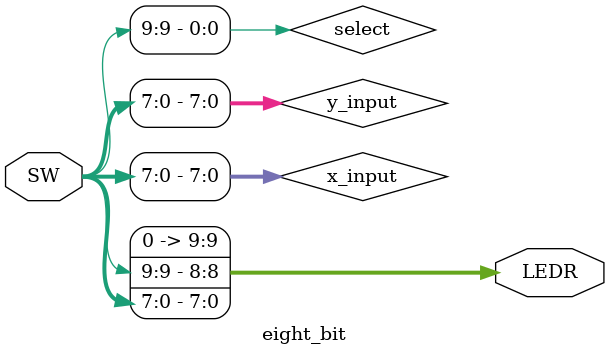
<source format=v>
module eight_bit(
    input wire [9:0] SW,
    output wire [9:0] LEDR
);

// 8-bit wide 2-to-1 multiplexer
// sw9 as select, sw7-0 as x input, create y input from upper bits
// when sw9=0, output x (sw7-0) to ledr7-0
// when sw9=1, output y (shifted pattern) to ledr7-0

wire [7:0] x_input = SW[7:0];
wire [7:0] y_input = {SW[7:4], SW[3:0]}; // create second input pattern
wire select = SW[9];

assign LEDR[7:0] = select ? y_input : x_input;
assign LEDR[8] = select; // show select state
assign LEDR[9] = 1'b0;

endmodule
</source>
